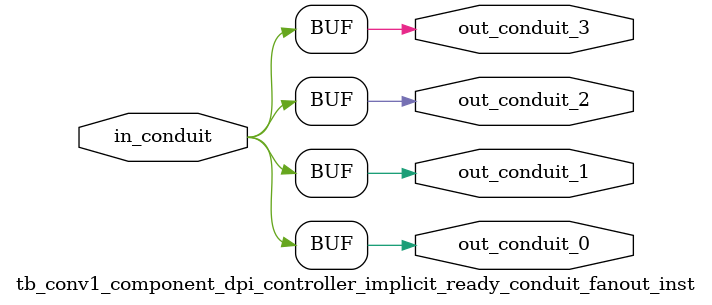
<source format=sv>


 


// --------------------------------------------------------------------------------
//| Avalon Conduit Fan-Out
// --------------------------------------------------------------------------------

// ------------------------------------------
// Generation parameters:
//   output_name:       tb_conv1_component_dpi_controller_implicit_ready_conduit_fanout_inst
//   numFanOut:         4
//   
// ------------------------------------------

module tb_conv1_component_dpi_controller_implicit_ready_conduit_fanout_inst (     

// Interface: out_conduit_0
 output                    out_conduit_0,
// Interface: out_conduit_1
 output                    out_conduit_1,
// Interface: out_conduit_2
 output                    out_conduit_2,
// Interface: out_conduit_3
 output                    out_conduit_3,

// Interface: in_conduit
 input                   in_conduit

);

   assign  out_conduit_0 = in_conduit;
   assign  out_conduit_1 = in_conduit;
   assign  out_conduit_2 = in_conduit;
   assign  out_conduit_3 = in_conduit;

endmodule //


</source>
